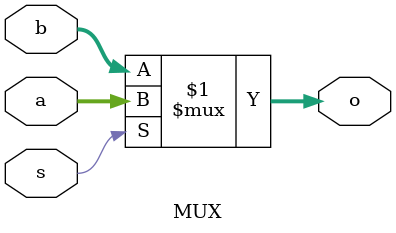
<source format=v>
`timescale 1ns / 1ps

module MUX(a,b,s,o);
    input [63:0] a,b;
    input s;
    output [63:0] o;
    
    assign o = (s)?a:b; // if s = 1, then a is selected. Otherwise b is selected 
    
endmodule

</source>
